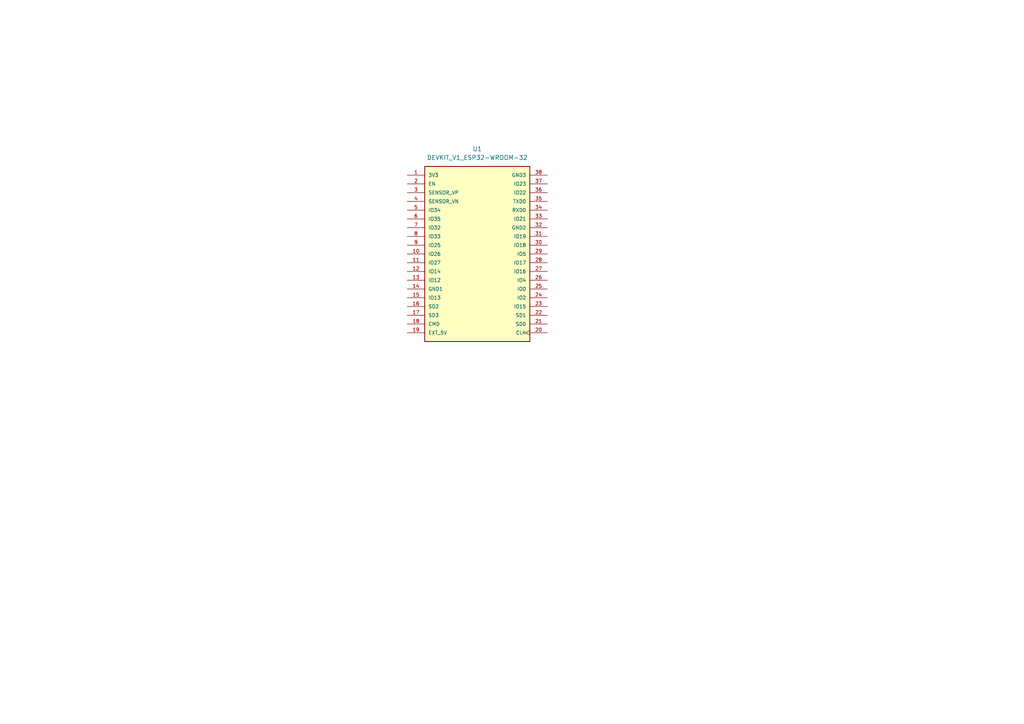
<source format=kicad_sch>
(kicad_sch (version 20250114) (generator "eeschema") (generator_version "9.0")
  (paper "A4")
  (lib_symbols
    (symbol "DEVKIT_V1_ESP32-WROOM-32:DEVKIT_V1_ESP32-WROOM-32" (pin_names (offset 1.016))
      (property "Reference" "U" (at -15.2572 26.0643 0))
      (property "Value" "DEVKIT_V1_ESP32-WROOM-32" (at -15.2563 -27.9698 0))
      (symbol "DEVKIT_V1_ESP32-WROOM-32_0_0"
        (rectangle (start -15.24 -25.4) (end 15.24 25.4) (stroke (width 0.254)) (fill (type background)))
        (pin power_in line (at -20.32 22.86 0) (length 5.08) (name "3V3") (number "1"))
        (pin input line (at -20.32 20.32 0) (length 5.08) (name "EN") (number "2"))
        (pin input line (at -20.32 17.78 0) (length 5.08) (name "SENSOR_VP") (number "3"))
        (pin input line (at -20.32 15.24 0) (length 5.08) (name "SENSOR_VN") (number "4"))
        (pin bidirectional line (at -20.32 12.7 0) (length 5.08) (name "IO34") (number "5"))
        (pin bidirectional line (at -20.32 10.16 0) (length 5.08) (name "IO35") (number "6"))
        (pin bidirectional line (at -20.32 7.62 0) (length 5.08) (name "IO32") (number "7"))
        (pin bidirectional line (at -20.32 5.08 0) (length 5.08) (name "IO33") (number "8"))
        (pin bidirectional line (at -20.32 2.54 0) (length 5.08) (name "IO25") (number "9"))
        (pin bidirectional line (at -20.32 0 0) (length 5.08) (name "IO26") (number "10"))
        (pin bidirectional line (at -20.32 -2.54 0) (length 5.08) (name "IO27") (number "11"))
        (pin bidirectional line (at -20.32 -5.08 0) (length 5.08) (name "IO14") (number "12"))
        (pin bidirectional line (at -20.32 -7.62 0) (length 5.08) (name "IO12") (number "13"))
        (pin power_in line (at -20.32 -10.16 0) (length 5.08) (name "GND1") (number "14"))
        (pin bidirectional line (at -20.32 -12.7 0) (length 5.08) (name "IO13") (number "15"))
        (pin bidirectional line (at -20.32 -15.24 0) (length 5.08) (name "SD2") (number "16"))
        (pin bidirectional line (at -20.32 -17.78 0) (length 5.08) (name "SD3") (number "17"))
        (pin bidirectional line (at -20.32 -20.32 0) (length 5.08) (name "CMD") (number "18"))
        (pin power_in line (at -20.32 -22.86 0) (length 5.08) (name "EXT_5V") (number "19"))
        (pin power_in line (at 20.32 22.86 180) (length 5.08) (name "GND3") (number "38"))
        (pin bidirectional line (at 20.32 20.32 180) (length 5.08) (name "IO23") (number "37"))
        (pin bidirectional line (at 20.32 17.78 180) (length 5.08) (name "IO22") (number "36"))
        (pin output line (at 20.32 15.24 180) (length 5.08) (name "TXD0") (number "35"))
        (pin input line (at 20.32 12.7 180) (length 5.08) (name "RXD0") (number "34"))
        (pin bidirectional line (at 20.32 10.16 180) (length 5.08) (name "IO21") (number "33"))
        (pin power_in line (at 20.32 7.62 180) (length 5.08) (name "GND2") (number "32"))
        (pin bidirectional line (at 20.32 5.08 180) (length 5.08) (name "IO19") (number "31"))
        (pin bidirectional line (at 20.32 2.54 180) (length 5.08) (name "IO18") (number "30"))
        (pin bidirectional line (at 20.32 0 180) (length 5.08) (name "IO5") (number "29"))
        (pin bidirectional line (at 20.32 -2.54 180) (length 5.08) (name "IO17") (number "28"))
        (pin bidirectional line (at 20.32 -5.08 180) (length 5.08) (name "IO16") (number "27"))
        (pin bidirectional line (at 20.32 -7.62 180) (length 5.08) (name "IO4") (number "26"))
        (pin bidirectional line (at 20.32 -10.16 180) (length 5.08) (name "IO0") (number "25"))
        (pin bidirectional line (at 20.32 -12.7 180) (length 5.08) (name "IO2") (number "24"))
        (pin bidirectional line (at 20.32 -15.24 180) (length 5.08) (name "IO15") (number "23"))
        (pin bidirectional line (at 20.32 -17.78 180) (length 5.08) (name "SD1") (number "22"))
        (pin bidirectional line (at 20.32 -20.32 180) (length 5.08) (name "SD0") (number "21"))
        (pin input clock (at 20.32 -22.86 180) (length 5.08) (name "CLK") (number "20"))
      )
    )
  )
  (symbol (lib_id "DEVKIT_V1_ESP32-WROOM-32:DEVKIT_V1_ESP32-WROOM-32") (at 138.43 73.66 0) (unit 1)
    (property "Reference" "U1" (at 138.43 43.18 0))
    (property "Value" "DEVKIT_V1_ESP32-WROOM-32" (at 138.43 45.72 0))
    (property "Footprint" "DEVKIT_V1_ESP32-WROOM-32 (2):MODULE_DEVKIT_V1_ESP32-WROOM-32" (effects (hide yes)))
    (property "MF" "Espressif Systems" (effects (hide yes)))
    (property "Description_1" "WROOM-32 Development Board ESP32 ESP-32S WiFi Bluetooth Dev Module" (effects (hide yes)))
    (property "Package" "Package" (effects (hide yes)))
    (property "Price" "None" (effects (hide yes)))
    (property "Check_prices" "https://www.snapeda.com/parts/DEVKIT%20V1%20ESP32-WROOM-32/Espressif+Systems/view-part/?ref=eda" (effects (hide yes)))
    (property "STANDARD" "Manufacturer Recommendations" (effects (hide yes)))
    (property "PARTREV" "N/A" (effects (hide yes)))
    (property "SnapEDA_Link" "https://www.snapeda.com/parts/DEVKIT%20V1%20ESP32-WROOM-32/Espressif+Systems/view-part/?ref=snap" (effects (hide yes)))
    (property "MP" "DEVKIT V1 ESP32-WROOM-32" (effects (hide yes)))
    (property "Availability" "Not in stock" (effects (hide yes)))
    (property "MANUFACTURER" "Espressif Systems" (effects (hide yes)))
  )
)
</source>
